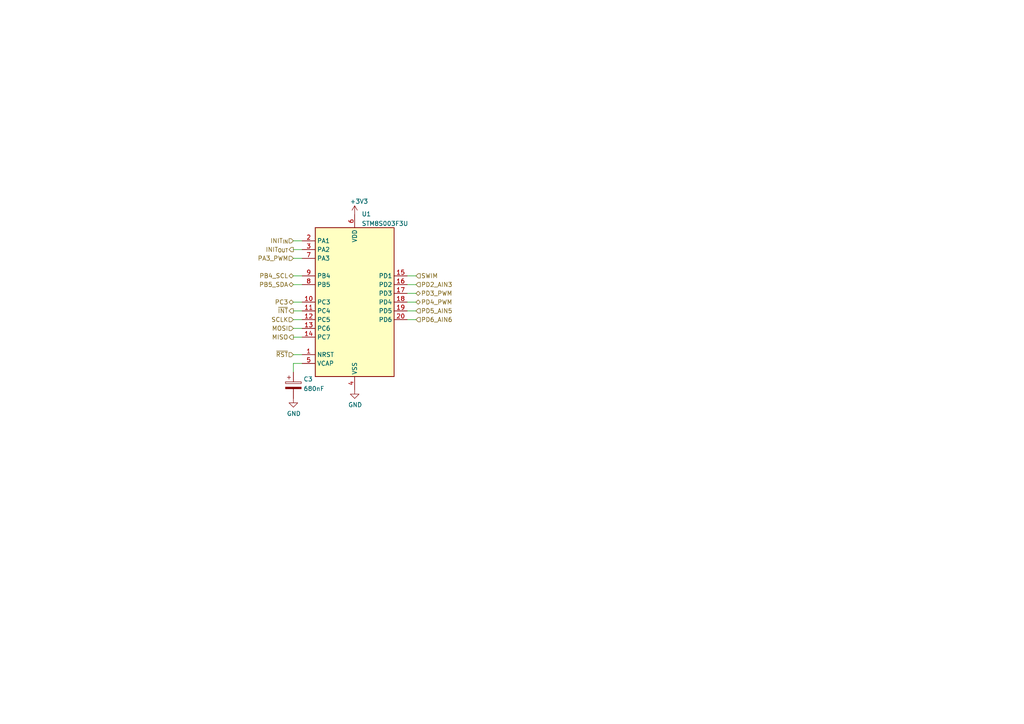
<source format=kicad_sch>
(kicad_sch (version 20211123) (generator eeschema)
  (paper "A4")
  (lib_symbols
    (symbol "Device:C_Polarized" (pin_numbers hide) (pin_names (offset 0.254))
      (property "Reference" "C" (at 0.635 2.54 0))
      (property "Value" "C_Polarized" (at 0.635 -2.54 0))
      (symbol "C_Polarized_0_1"
        (rectangle (start -2.286 0.508) (end 2.286 1.016))
        (polyline (pts (xy -1.778 2.286) (xy -0.762 2.286)))
        (polyline (pts (xy -1.27 2.794) (xy -1.27 1.778)))
        (rectangle (start 2.286 -0.508) (end -2.286 -1.016) (fill (type outline)))
      )
      (symbol "C_Polarized_1_1"
        (pin passive line (at 0 3.81 270) (length 2.794) (name "~") (number "1"))
        (pin passive line (at 0 -3.81 90) (length 2.794) (name "~") (number "2"))
      )
    )
    (symbol "MCU_ST_STM8:STM8S003F3U"
      (property "Reference" "U" (at 1.27 25.4 0))
      (property "Value" "STM8S003F3U" (at 1.27 22.86 0))
      (symbol "STM8S003F3U_0_1"
        (rectangle (start -11.43 21.59) (end 11.43 -21.59) (stroke (width 0.254)) (fill (type background)))
      )
      (symbol "STM8S003F3U_1_1"
        (pin input line (at -15.24 -15.24 0) (length 3.81) (name "NRST") (number "1"))
        (pin bidirectional line (at -15.24 0 0) (length 3.81) (name "PC3") (number "10"))
        (pin bidirectional line (at -15.24 -2.54 0) (length 3.81) (name "PC4") (number "11"))
        (pin bidirectional line (at -15.24 -5.08 0) (length 3.81) (name "PC5") (number "12"))
        (pin bidirectional line (at -15.24 -7.62 0) (length 3.81) (name "PC6") (number "13"))
        (pin bidirectional line (at -15.24 -10.16 0) (length 3.81) (name "PC7") (number "14"))
        (pin bidirectional line (at 15.24 7.62 180) (length 3.81) (name "PD1") (number "15"))
        (pin bidirectional line (at 15.24 5.08 180) (length 3.81) (name "PD2") (number "16"))
        (pin bidirectional line (at 15.24 2.54 180) (length 3.81) (name "PD3") (number "17"))
        (pin bidirectional line (at 15.24 0 180) (length 3.81) (name "PD4") (number "18"))
        (pin bidirectional line (at 15.24 -2.54 180) (length 3.81) (name "PD5") (number "19"))
        (pin bidirectional line (at -15.24 17.78 0) (length 3.81) (name "PA1") (number "2"))
        (pin bidirectional line (at 15.24 -5.08 180) (length 3.81) (name "PD6") (number "20"))
        (pin bidirectional line (at -15.24 15.24 0) (length 3.81) (name "PA2") (number "3"))
        (pin power_in line (at 0 -25.4 90) (length 3.81) (name "VSS") (number "4"))
        (pin passive line (at -15.24 -17.78 0) (length 3.81) (name "VCAP") (number "5"))
        (pin power_in line (at 0 25.4 270) (length 3.81) (name "VDD") (number "6"))
        (pin bidirectional line (at -15.24 12.7 0) (length 3.81) (name "PA3") (number "7"))
        (pin bidirectional line (at -15.24 5.08 0) (length 3.81) (name "PB5") (number "8"))
        (pin bidirectional line (at -15.24 7.62 0) (length 3.81) (name "PB4") (number "9"))
      )
    )
    (symbol "power:+3.3V" (power) (pin_names (offset 0))
      (property "Value" "+3.3V" (at 0 3.556 0))
      (symbol "+3.3V_0_1"
        (polyline (pts (xy -0.762 1.27) (xy 0 2.54)))
        (polyline (pts (xy 0 0) (xy 0 2.54)))
        (polyline (pts (xy 0 2.54) (xy 0.762 1.27)))
      )
      (symbol "+3.3V_1_1"
        (pin power_in line (at 0 0 90) (length 0) hide (name "+3V3") (number "1"))
      )
    )
    (symbol "power:GND" (power) (pin_names (offset 0))
      (property "Value" "GND" (at 0 -3.81 0))
      (symbol "GND_0_1"
        (polyline (pts (xy 0 0) (xy 0 -1.27) (xy 1.27 -1.27) (xy 0 -2.54) (xy -1.27 -1.27) (xy 0 -1.27)))
      )
      (symbol "GND_1_1"
        (pin power_in line (at 0 0 270) (length 0) hide (name "GND") (number "1"))
      )
    )
  )
  (wire (pts (xy 87.63 105.41) (xy 85.09 105.41)))
  (wire (pts (xy 85.09 82.55) (xy 87.63 82.55)))
  (wire (pts (xy 85.09 95.25) (xy 87.63 95.25)))
  (wire (pts (xy 85.09 87.63) (xy 87.63 87.63)))
  (wire (pts (xy 118.11 85.09) (xy 120.65 85.09)))
  (wire (pts (xy 85.09 74.93) (xy 87.63 74.93)))
  (wire (pts (xy 85.09 90.17) (xy 87.63 90.17)))
  (wire (pts (xy 85.09 105.41) (xy 85.09 107.95)))
  (wire (pts (xy 85.09 80.01) (xy 87.63 80.01)))
  (wire (pts (xy 118.11 87.63) (xy 120.65 87.63)))
  (wire (pts (xy 118.11 80.01) (xy 120.65 80.01)))
  (wire (pts (xy 85.09 72.39) (xy 87.63 72.39)))
  (wire (pts (xy 85.09 92.71) (xy 87.63 92.71)))
  (wire (pts (xy 118.11 90.17) (xy 120.65 90.17)))
  (wire (pts (xy 85.09 102.87) (xy 87.63 102.87)))
  (wire (pts (xy 85.09 97.79) (xy 87.63 97.79)))
  (wire (pts (xy 118.11 92.71) (xy 120.65 92.71)))
  (wire (pts (xy 85.09 69.85) (xy 87.63 69.85)))
  (wire (pts (xy 118.11 82.55) (xy 120.65 82.55)))
  (hierarchical_label "PD2_AIN3" (shape input) (at 120.65 82.55 0))
  (hierarchical_label "MISO" (shape output) (at 85.09 97.79 180))
  (hierarchical_label "PD5_AIN5" (shape input) (at 120.65 90.17 0))
  (hierarchical_label "PD3_PWM" (shape bidirectional) (at 120.65 85.09 0))
  (hierarchical_label "PA3_PWM" (shape input) (at 85.09 74.93 180))
  (hierarchical_label "~{INT}" (shape output) (at 85.09 90.17 180))
  (hierarchical_label "SCLK" (shape input) (at 85.09 92.71 180))
  (hierarchical_label "PB5_SDA" (shape bidirectional) (at 85.09 82.55 180))
  (hierarchical_label "INIT_{OUT}" (shape output) (at 85.09 72.39 180))
  (hierarchical_label "INIT_{IN}" (shape input) (at 85.09 69.85 180))
  (hierarchical_label "PD6_AIN6" (shape input) (at 120.65 92.71 0))
  (hierarchical_label "~{RST}" (shape input) (at 85.09 102.87 180))
  (hierarchical_label "PD4_PWM" (shape bidirectional) (at 120.65 87.63 0))
  (hierarchical_label "SWIM" (shape input) (at 120.65 80.01 0))
  (hierarchical_label "MOSI" (shape input) (at 85.09 95.25 180))
  (hierarchical_label "PC3" (shape bidirectional) (at 85.09 87.63 180))
  (hierarchical_label "PB4_SCL" (shape bidirectional) (at 85.09 80.01 180))
  (symbol (lib_id "power:GND") (at 102.87 113.03 0) (unit 1)
    (property "Reference" "#PWR0102" (effects hide))
    (property "Value" "GND" (at 102.997 117.4242 0))
  )
  (symbol (lib_id "power:+3.3V") (at 102.87 62.23 0) (unit 1)
    (property "Reference" "#PWR0103" (effects hide))
    (property "Value" "+3.3V" (at 104.14 58.42 0))
  )
  (symbol (lib_id "MCU_ST_STM8:STM8S003F3U") (at 102.87 87.63 0) (unit 1)
    (property "Reference" "U1" (at 104.8894 62.0735 0) (effects (justify left)))
    (property "Value" "STM8S003F3U" (at 104.8894 64.8486 0) (effects (justify left)))
    (property "Footprint" "Package_DFN_QFN:ST_UFQFPN-20_3x3mm_P0.5mm" (effects hide))
    (property "Datasheet" "http://www.st.com/st-web-ui/static/active/en/resource/technical/document/datasheet/DM00024550.pdf" (effects hide))
    (property "LCSC" "C35556" (effects hide))
  )
  (symbol (lib_id "power:GND") (at 85.09 115.57 0) (unit 1)
    (property "Reference" "#PWR0101" (effects hide))
    (property "Value" "GND" (at 85.217 119.9642 0))
  )
  (symbol (lib_id "Device:C_Polarized") (at 85.09 111.76 0) (unit 1)
    (property "Reference" "C3" (at 88.011 109.9625 0) (effects (justify left)))
    (property "Value" "680nF" (at 88.011 112.7376 0) (effects (justify left)))
    (property "Footprint" "Capacitor_SMD:CP_Elec_3x5.4" (effects hide))
  )
)
</source>
